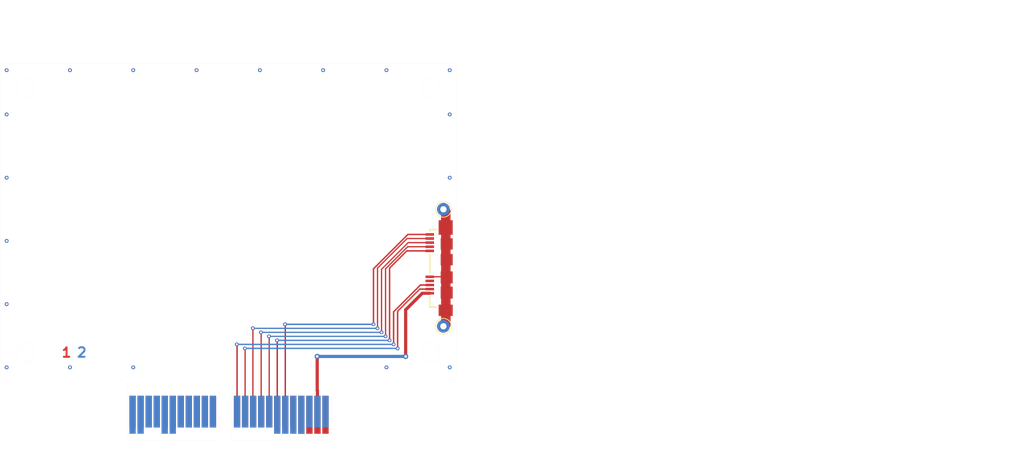
<source format=kicad_pcb>
(kicad_pcb (version 20240108) (generator "pcbnew") (generator_version "8.0")
  (title_block (title "Title goes here") (rev "1") (comment 8 "Author goes here"))
  (layers (0 "F.Cu" signal) (31 "B.Cu" signal) (34 "B.Paste" user) (35 "F.Paste" user) (36 "B.SilkS" user "B.Silkscreen") (37 "F.SilkS" user "F.Silkscreen") (38 "B.Mask" user) (39 "F.Mask" user) (44 "Edge.Cuts" user))
  (net 0 "")
  (net 1 "+5V")
  (net 2 "GND")
  (net 3 "/SNAC_SSTX+")
  (net 5 "/SNAC_DRAIN")
  (net 6 "/SNAC_SSRX-")
  (net 7 "/SNAC_SSTX-")
  (net 8 "/SNAC_D+")
  (net 9 "/SNAC_D-")
  (net 10 "/SNAC_SSRX+")
  (net 11 "/NANO_RIGHT")
  (net 12 "/NANO_LEFT")
  (net 13 "/ARD_IO2")
  (net 14 "/BLUE")
  (net 15 "+3.3V")
  (net 16 "/RED")
  (net 17 "/USB7_D_P")
  (net 18 "/HSYNC")
  (net 19 "/USB7_D_N")
  (net 20 "/ARD_IO7")
  (net 21 "/SOG")
  (net 22 "/SPDIF")
  (net 23 "VBUS")
  (net 24 "/ARD_IO6")
  (net 25 "/GREEN")
  (net 26 "/ADC_IN5")
  (net 27 "/ARD_IO5")
  (net 28 "/V_SNAC")
  (net 29 "/ADC_IN2")
  (net 30 "/VSYNC")
  (net 31 "/ARD_IO3")
  (net 32 "/ARD_IO0")
  (net 33 "/ARD_IO4")
  (net 34 "/ADC_IN4")
  (net 35 "/ADC_IN0")
  (net 36 "/ARD_IO1")
  (net 37 "/ADC_IN1")
  (net 38 "/ADC_IN3")
  (footprint "Connector_Pin:Pin_D1.0mm_L10.0mm" (layer "F.Cu") (at 159 123.5)
    (property "Reference" "TP2" (hide yes))
    (property "Value" "TestPoint" (hide yes))
    (fp_circle (center 0 0) (end 1.25 0.05) (stroke (width 0.12)) (fill none) (layer "F.SilkS"))
    (pad "1" thru_hole circle (at 0 0) (size 2 2) (drill 1) (layers "*.Cu" "*.Mask") (net 2 "GND"))
  )
  (footprint "Heber:CONN-MICRO-USB-3" (layer "F.Cu") (at 156.845 116.975 90)
    (property "Reference" "J1" (hide yes))
    (property "Value" "USB3_B_Micro")
    (fp_line (start 8.55 0) (end 8.75 0) (stroke (width 0.254)) (layer "F.SilkS"))
    (fp_line (start 1.85 0) (end 4.85 0) (stroke (width 0.254)) (layer "F.SilkS"))
    (fp_line (start -3.5 0) (end -1.9 0) (stroke (width 0.254)) (layer "F.SilkS"))
    (fp_line (start 8.75 1.1) (end 8.75 0) (stroke (width 0.254)) (layer "F.SilkS"))
    (fp_line (start -3.5 1.1) (end -3.5 0) (stroke (width 0.254)) (layer "F.SilkS"))
    (pad "1" smd rect (at -1.3 0 90) (size 0.4 1.35) (layers "F.Cu" "F.Paste" "F.Mask") (net 1 "+5V"))
    (pad "2" smd rect (at -0.65 0 90) (size 0.4 1.35) (layers "F.Cu" "F.Paste" "F.Mask") (net 9 "/SNAC_D-"))
    (pad "3" smd rect (at 0 0 90) (size 0.4 1.35) (layers "F.Cu" "F.Paste" "F.Mask") (net 8 "/SNAC_D+"))
    (pad "4" smd rect (at 0.65 0 90) (size 0.4 1.35) (layers "F.Cu" "F.Paste" "F.Mask"))
    (pad "5" smd rect (at 1.3 0 90) (size 0.4 1.35) (layers "F.Cu" "F.Paste" "F.Mask") (net 2 "GND"))
    (pad "6" smd rect (at 5.4 0 90) (size 0.4 1.35) (layers "F.Cu" "F.Paste" "F.Mask") (net 6 "/SNAC_SSRX-"))
    (pad "7" smd rect (at 6.05 0 90) (size 0.4 1.35) (layers "F.Cu" "F.Paste" "F.Mask") (net 10 "/SNAC_SSRX+"))
    (pad "8" smd rect (at 6.7 0 90) (size 0.4 1.35) (layers "F.Cu" "F.Paste" "F.Mask") (net 5 "/SNAC_DRAIN"))
    (pad "9" smd rect (at 7.35 0 90) (size 0.4 1.35) (layers "F.Cu" "F.Paste" "F.Mask") (net 7 "/SNAC_SSTX-"))
    (pad "10" smd rect (at 8 0 90) (size 0.4 1.35) (layers "F.Cu" "F.Paste" "F.Mask") (net 3 "/SNAC_SSTX+"))
    (pad "11" smd rect (at -4 2.5125 90) (size 1.8 2.225) (layers "F.Cu" "F.Paste" "F.Mask") (net 2 "GND"))
    (pad "11" smd rect (at -1.2 2.675 90) (size 1.9 1.9) (layers "F.Cu" "F.Paste" "F.Mask") (net 2 "GND"))
    (pad "11" smd rect (at 1.2 2.675 90) (size 1.9 1.9) (layers "F.Cu" "F.Paste" "F.Mask") (net 2 "GND"))
    (pad "11" smd rect (at 4 2.675 90) (size 1.8 1.9) (layers "F.Cu" "F.Paste" "F.Mask") (net 2 "GND"))
    (pad "11" smd rect (at 6.5 2.675 90) (size 1.8 1.9) (layers "F.Cu" "F.Paste" "F.Mask") (net 2 "GND"))
    (pad "11" smd rect (at 9.1 2.5125 90) (size 2.3 2.225) (layers "F.Cu" "F.Paste" "F.Mask") (net 2 "GND"))
  )
  (footprint "Connector_Pin:Pin_D1.0mm_L10.0mm" (layer "F.Cu") (at 159 105)
    (property "Reference" "TP1" (hide yes))
    (property "Value" "TestPoint" (hide yes))
    (fp_circle (center 0 0) (end 1.25 0.05) (stroke (width 0.12)) (fill none) (layer "F.SilkS"))
    (pad "1" thru_hole circle (at 0 0) (size 2 2) (drill 1) (layers "*.Cu" "*.Mask") (net 2 "GND"))
  )
  (footprint "Heber:PCI_EDGE_AMC_RISER_MULTISYSTEM" (layer "B.Cu") (at 124.5 137 180)
    (property "Reference" "J2" (hide yes))
    (property "Value" "5650090-7" (hide yes))
    (fp_line (start 15.49 -4.5) (end 15.49 3.4) (stroke (width 0.01)) (layer "Edge.Cuts"))
    (fp_line (start 15.49 -4.5) (end 0.96 -4.5) (stroke (width 0.01)) (layer "Edge.Cuts"))
    (fp_line (start 0.96 -4.5) (end 0.96 2.5) (stroke (width 0.01)) (layer "Edge.Cuts"))
    (fp_line (start -0.96 -4.5) (end -0.96 2.5) (stroke (width 0.01)) (layer "Edge.Cuts"))
    (fp_line (start -0.96 -4.5) (end -16.76 -4.5) (stroke (width 0.01)) (layer "Edge.Cuts"))
    (fp_line (start -16.76 -4.5) (end -16.76 3.4) (stroke (width 0.01)) (layer "Edge.Cuts"))
    (fp_arc (start 0.96 2.5) (mid 0 3.46) (end -0.96 2.5) (stroke (width 0.01)) (layer "Edge.Cuts"))
    (pad "1" smd rect (at 14.61 -0.5 270) (size 6 1) (layers "B.Cu" "B.Paste" "B.Mask") (net 23 "VBUS"))
    (pad "2" smd rect (at 13.34 -0.5 270) (size 6 1) (layers "B.Cu" "B.Paste" "B.Mask") (net 23 "VBUS"))
    (pad "3" smd rect (at 12.07 0 270) (size 5 1) (layers "B.Cu" "B.Paste" "B.Mask") (net 17 "/USB7_D_P"))
    (pad "4" smd rect (at 10.8 0 270) (size 5 1) (layers "B.Cu" "B.Paste" "B.Mask") (net 19 "/USB7_D_N"))
    (pad "5" smd rect (at 9.53 -0.5 270) (size 6 1) (layers "B.Cu" "B.Paste" "B.Mask") (net 2 "GND"))
    (pad "6" smd rect (at 8.26 -0.5 270) (size 6 1) (layers "B.Cu" "B.Paste" "B.Mask") (net 2 "GND"))
    (pad "7" smd rect (at 6.99 0 270) (size 5 1) (layers "B.Cu" "B.Paste" "B.Mask") (net 22 "/SPDIF"))
    (pad "8" smd rect (at 5.72 0 270) (size 5 1) (layers "B.Cu" "B.Paste" "B.Mask") (net 12 "/NANO_LEFT"))
    (pad "9" smd rect (at 4.45 0 270) (size 5 1) (layers "B.Cu" "B.Paste" "B.Mask") (net 11 "/NANO_RIGHT"))
    (pad "10" smd rect (at 3.18 0 270) (size 5 1) (layers "B.Cu" "B.Paste" "B.Mask") (net 2 "GND"))
    (pad "11" smd rect (at 1.91 0 270) (size 5 1) (layers "B.Cu" "B.Paste" "B.Mask") (net 16 "/RED"))
    (pad "12" smd rect (at -1.9 0 270) (size 5 1) (layers "B.Cu" "B.Paste" "B.Mask") (net 25 "/GREEN"))
    (pad "13" smd rect (at -3.17 0 270) (size 5 1) (layers "B.Cu" "B.Paste" "B.Mask") (net 14 "/BLUE"))
    (pad "14" smd rect (at -4.44 0 270) (size 5 1) (layers "B.Cu" "B.Paste" "B.Mask") (net 18 "/HSYNC"))
    (pad "15" smd rect (at -5.71 0 270) (size 5 1) (layers "B.Cu" "B.Paste" "B.Mask") (net 30 "/VSYNC"))
    (pad "16" smd rect (at -6.98 0 270) (size 5 1) (layers "B.Cu" "B.Paste" "B.Mask") (net 21 "/SOG"))
    (pad "17" smd rect (at -8.25 -0.5 270) (size 6 1) (layers "B.Cu" "B.Paste" "B.Mask") (net 2 "GND"))
    (pad "18" smd rect (at -9.52 -0.5 270) (size 6 1) (layers "B.Cu" "B.Paste" "B.Mask") (net 2 "GND"))
    (pad "19" smd rect (at -10.79 -0.5 270) (size 6 1) (layers "B.Cu" "B.Paste" "B.Mask") (net 15 "+3.3V"))
    (pad "20" smd rect (at -12.06 -0.5 270) (size 6 1) (layers "B.Cu" "B.Paste" "B.Mask") (net 15 "+3.3V"))
    (pad "21" smd rect (at -13.33 0 270) (size 5 1) (layers "B.Cu" "B.Paste" "B.Mask") (net 35 "/ADC_IN0"))
    (pad "22" smd rect (at -14.6 0 270) (size 5 1) (layers "B.Cu" "B.Paste" "B.Mask") (net 37 "/ADC_IN1"))
    (pad "23" smd rect (at -15.87 0 270) (size 5 1) (layers "B.Cu" "B.Paste" "B.Mask") (net 29 "/ADC_IN2"))
    (pad "24" smd rect (at 14.61 0 90) (size 5 1) (layers "F.Cu" "F.Paste" "F.Mask") (net 38 "/ADC_IN3"))
    (pad "25" smd rect (at 13.34 0 90) (size 5 1) (layers "F.Cu" "F.Paste" "F.Mask") (net 34 "/ADC_IN4"))
    (pad "26" smd rect (at 12.07 0 90) (size 5 1) (layers "F.Cu" "F.Paste" "F.Mask") (net 26 "/ADC_IN5"))
    (pad "27" smd rect (at 10.8 0 90) (size 5 1) (layers "F.Cu" "F.Paste" "F.Mask") (net 32 "/ARD_IO0"))
    (pad "28" smd rect (at 9.53 0 90) (size 5 1) (layers "F.Cu" "F.Paste" "F.Mask") (net 36 "/ARD_IO1"))
    (pad "29" smd rect (at 8.26 0 90) (size 5 1) (layers "F.Cu" "F.Paste" "F.Mask") (net 13 "/ARD_IO2"))
    (pad "30" smd rect (at 6.99 0 90) (size 5 1) (layers "F.Cu" "F.Paste" "F.Mask") (net 31 "/ARD_IO3"))
    (pad "31" smd rect (at 5.72 0 90) (size 5 1) (layers "F.Cu" "F.Paste" "F.Mask") (net 33 "/ARD_IO4"))
    (pad "32" smd rect (at 4.45 0 90) (size 5 1) (layers "F.Cu" "F.Paste" "F.Mask") (net 27 "/ARD_IO5"))
    (pad "33" smd rect (at 3.18 0 90) (size 5 1) (layers "F.Cu" "F.Paste" "F.Mask") (net 24 "/ARD_IO6"))
    (pad "34" smd rect (at 1.91 0 90) (size 5 1) (layers "F.Cu" "F.Paste" "F.Mask") (net 20 "/ARD_IO7"))
    (pad "35" smd rect (at -1.9 0 90) (size 5 1) (layers "F.Cu" "F.Paste" "F.Mask") (net 8 "/SNAC_D+"))
    (pad "36" smd rect (at -3.17 0 90) (size 5 1) (layers "F.Cu" "F.Paste" "F.Mask") (net 9 "/SNAC_D-"))
    (pad "37" smd rect (at -4.44 0 90) (size 5 1) (layers "F.Cu" "F.Paste" "F.Mask") (net 7 "/SNAC_SSTX-"))
    (pad "38" smd rect (at -5.71 0 90) (size 5 1) (layers "F.Cu" "F.Paste" "F.Mask") (net 5 "/SNAC_DRAIN"))
    (pad "39" smd rect (at -6.98 0 90) (size 5 1) (layers "F.Cu" "F.Paste" "F.Mask") (net 10 "/SNAC_SSRX+"))
    (pad "40" smd rect (at -8.25 0 90) (size 5 1) (layers "F.Cu" "F.Paste" "F.Mask") (net 6 "/SNAC_SSRX-"))
    (pad "41" smd rect (at -9.52 0 90) (size 5 1) (layers "F.Cu" "F.Paste" "F.Mask") (net 3 "/SNAC_SSTX+"))
    (pad "42" smd rect (at -10.79 0 90) (size 5 1) (layers "F.Cu" "F.Paste" "F.Mask") (net 28 "/V_SNAC"))
    (pad "43" smd rect (at -12.06 -0.5 90) (size 6 1) (layers "F.Cu" "F.Paste" "F.Mask") (net 1 "+5V"))
    (pad "44" smd rect (at -13.33 -0.5 90) (size 6 1) (layers "F.Cu" "F.Paste" "F.Mask") (net 1 "+5V"))
    (pad "45" smd rect (at -14.6 -0.5 90) (size 6 1) (layers "F.Cu" "F.Paste" "F.Mask") (net 1 "+5V"))
    (pad "46" smd rect (at -15.87 -0.5 90) (size 6 1) (layers "F.Cu" "F.Paste" "F.Mask") (net 1 "+5V"))
  )
  (gr_line (start 161 82) (end 161 132) (stroke (width 0.01)) (layer "Edge.Cuts"))
  (gr_circle (center 93 85.75) (end 94.55 85.75) (stroke (width 0.01)) (fill none) (layer "Edge.Cuts"))
  (gr_line (start 109.01 133.6) (end 109.01 133) (stroke (width 0.01)) (layer "Edge.Cuts"))
  (gr_circle (center 157 127.75) (end 158.55 127.75) (stroke (width 0.01)) (fill none) (layer "Edge.Cuts"))
  (gr_line (start 89 82) (end 161 82) (stroke (width 0.01)) (layer "Edge.Cuts"))
  (gr_circle (center 93 127.75) (end 94.55 127.75) (stroke (width 0.01)) (fill none) (layer "Edge.Cuts"))
  (gr_circle (center 157 85.75) (end 158.55 85.75) (stroke (width 0.01)) (fill none) (layer "Edge.Cuts"))
  (gr_arc (start 141.26 133) (mid 141.552893 132.292893) (end 142.26 132) (stroke (width 0.01)) (layer "Edge.Cuts"))
  (gr_line (start 108.01 132) (end 89 132) (stroke (width 0.01)) (layer "Edge.Cuts"))
  (gr_line (start 141.26 133.6) (end 141.26 133) (stroke (width 0.01)) (layer "Edge.Cuts"))
  (gr_arc (start 108.01 132) (mid 108.717107 132.292893) (end 109.01 133) (stroke (width 0.01)) (layer "Edge.Cuts"))
  (gr_line (start 89 132) (end 89 82) (stroke (width 0.01)) (layer "Edge.Cuts"))
  (gr_line (start 161 132) (end 142.26 132) (stroke (width 0.01)) (layer "Edge.Cuts"))
  (gr_text "1" (at 98.552 128.524 0) (layer "F.Cu") (effects (font (size 1.5 1.5) (thickness 0.3) (bold yes)) (justify left bottom)))
  (gr_text "2" (at 100.965 128.524 0) (layer "B.Cu") (effects (font (size 1.5 1.5) (thickness 0.3) (bold yes)) (justify left bottom)))
  (segment (start 139.1 133.681459) (end 139.065 133.646459) (width 0.5) (layer "F.Cu") (net 1))
  (segment (start 155.66 118.275) (end 156.845 118.275) (width 0.5) (layer "F.Cu") (net 1))
  (segment (start 139.065 133.646459) (end 139.065 128.27) (width 0.5) (layer "F.Cu") (net 1))
  (segment (start 153.035 128.27) (end 153.035 120.9) (width 0.5) (layer "F.Cu") (net 1))
  (segment (start 139.1 137.5) (end 139.1 133.681459) (width 0.5) (layer "F.Cu") (net 1))
  (segment (start 153.035 120.9) (end 155.66 118.275) (width 0.5) (layer "F.Cu") (net 1))
  (via (at 139.065 128.27) (size 0.8) (drill 0.4) (layers "F.Cu" "B.Cu") (net 1))
  (via (at 153.035 128.27) (size 0.8) (drill 0.4) (layers "F.Cu" "B.Cu") (net 1))
  (segment (start 139.065 128.27) (end 153.035 128.27) (width 0.5) (layer "B.Cu") (net 1))
  (segment (start 159.385 107.9025) (end 159.385 123.19) (width 1.5) (layer "F.Cu") (net 2))
  (segment (start 159.42 115.675) (end 159.52 115.775) (width 0.2) (layer "F.Cu") (net 2))
  (segment (start 156.845 115.675) (end 159.42 115.675) (width 0.2) (layer "F.Cu") (net 2))
  (segment (start 159.3575 107.875) (end 159.385 107.9025) (width 1.5) (layer "F.Cu") (net 2))
  (segment (start 159.385 123.19) (end 159.3575 122.9381) (width 1.5) (layer "F.Cu") (net 2))
  (segment (start 159.385 105.41) (end 159.3575 105.5603) (width 1.5) (layer "F.Cu") (net 2))
  (segment (start 159.3575 107.875) (end 159.385 105.41) (width 1.5) (layer "F.Cu") (net 2))
  (via (at 90 100) (size 0.6) (drill 0.3) (layers "F.Cu" "B.Cu") (net 2))
  (via (at 160 90) (size 0.6) (drill 0.3) (layers "F.Cu" "B.Cu") (net 2))
  (via (at 90 90) (size 0.6) (drill 0.3) (layers "F.Cu" "B.Cu") (net 2))
  (via (at 150 130) (size 0.6) (drill 0.3) (layers "F.Cu" "B.Cu") (net 2))
  (via (at 160 130) (size 0.6) (drill 0.3) (layers "F.Cu" "B.Cu") (net 2))
  (via (at 110 130) (size 0.6) (drill 0.3) (layers "F.Cu" "B.Cu") (net 2))
  (via (at 110 83) (size 0.6) (drill 0.3) (layers "F.Cu" "B.Cu") (net 2))
  (via (at 120 83) (size 0.6) (drill 0.3) (layers "F.Cu" "B.Cu") (net 2))
  (via (at 90 110) (size 0.6) (drill 0.3) (layers "F.Cu" "B.Cu") (net 2))
  (via (at 150 83) (size 0.6) (drill 0.3) (layers "F.Cu" "B.Cu") (net 2))
  (via (at 130 83) (size 0.6) (drill 0.3) (layers "F.Cu" "B.Cu") (net 2))
  (via (at 160 83) (size 0.6) (drill 0.3) (layers "F.Cu" "B.Cu") (net 2))
  (via (at 90 83) (size 0.6) (drill 0.3) (layers "F.Cu" "B.Cu") (net 2))
  (via (at 100 130) (size 0.6) (drill 0.3) (layers "F.Cu" "B.Cu") (net 2))
  (via (at 160 100) (size 0.6) (drill 0.3) (layers "F.Cu" "B.Cu") (net 2))
  (via (at 140 83) (size 0.6) (drill 0.3) (layers "F.Cu" "B.Cu") (net 2))
  (via (at 90 120) (size 0.6) (drill 0.3) (layers "F.Cu" "B.Cu") (net 2))
  (via (at 100 83) (size 0.6) (drill 0.3) (layers "F.Cu" "B.Cu") (net 2))
  (via (at 90 130) (size 0.6) (drill 0.3) (layers "F.Cu" "B.Cu") (net 2))
  (segment (start 134.02 123.225) (end 133.985 123.19) (width 0.23) (layer "F.Cu") (net 3))
  (segment (start 134.02 137) (end 134.02 123.225) (width 0.23) (layer "F.Cu") (net 3))
  (segment (start 147.955 114.418812) (end 153.398812 108.975) (width 0.23) (layer "F.Cu") (net 3))
  (segment (start 153.398812 108.975) (end 156.845 108.975) (width 0.23) (layer "F.Cu") (net 3))
  (segment (start 147.955 123.19) (end 147.955 114.418812) (width 0.23) (layer "F.Cu") (net 3))
  (via (at 147.955 123.19) (size 0.6) (drill 0.3) (layers "F.Cu" "B.Cu") (net 3))
  (via (at 133.985 123.19) (size 0.6) (drill 0.3) (layers "F.Cu" "B.Cu") (net 3))
  (segment (start 133.985 123.19) (end 147.955 123.19) (width 0.23) (layer "B.Cu") (net 3))
  (segment (start 130.21 137) (end 130.21 124.495) (width 0.2) (layer "F.Cu") (net 5))
  (segment (start 149.225 124.46) (end 149.225 114.488126) (width 0.2) (layer "F.Cu") (net 5))
  (segment (start 149.225 114.488126) (end 153.438126 110.275) (width 0.2) (layer "F.Cu") (net 5))
  (segment (start 130.21 124.495) (end 130.175 124.46) (width 0.2) (layer "F.Cu") (net 5))
  (segment (start 153.438126 110.275) (end 156.845 110.275) (width 0.2) (layer "F.Cu") (net 5))
  (via (at 149.225 124.46) (size 0.6) (drill 0.3) (layers "F.Cu" "B.Cu") (net 5))
  (via (at 130.175 124.46) (size 0.6) (drill 0.3) (layers "F.Cu" "B.Cu") (net 5))
  (segment (start 130.175 124.46) (end 149.225 124.46) (width 0.2) (layer "B.Cu") (net 5))
  (segment (start 153.22 111.575) (end 156.845 111.575) (width 0.23) (layer "F.Cu") (net 6))
  (segment (start 150.495 114.3) (end 153.22 111.575) (width 0.23) (layer "F.Cu") (net 6))
  (segment (start 132.75 137) (end 132.75 125.765) (width 0.23) (layer "F.Cu") (net 6))
  (segment (start 150.495 125.73) (end 150.495 114.3) (width 0.23) (layer "F.Cu") (net 6))
  (segment (start 132.75 125.765) (end 132.715 125.73) (width 0.23) (layer "F.Cu") (net 6))
  (via (at 132.715 125.73) (size 0.6) (drill 0.3) (layers "F.Cu" "B.Cu") (net 6))
  (via (at 150.495 125.73) (size 0.6) (drill 0.3) (layers "F.Cu" "B.Cu") (net 6))
  (segment (start 132.715 125.73) (end 150.495 125.73) (width 0.23) (layer "B.Cu") (net 6))
  (segment (start 128.94 137) (end 128.905 136.965) (width 0.2) (layer "F.Cu") (net 7))
  (segment (start 128.905 136.965) (end 128.905 128.905) (width 0.2) (layer "F.Cu") (net 7))
  (segment (start 153.265 109.625) (end 156.845 109.625) (width 0.2) (layer "F.Cu") (net 7))
  (segment (start 148.59 123.825) (end 148.59 114.3) (width 0.2) (layer "F.Cu") (net 7))
  (segment (start 128.905 128.905) (end 128.905 123.825) (width 0.2) (layer "F.Cu") (net 7))
  (segment (start 148.59 114.3) (end 153.265 109.625) (width 0.2) (layer "F.Cu") (net 7))
  (via (at 148.59 123.825) (size 0.6) (drill 0.3) (layers "F.Cu" "B.Cu") (net 7))
  (via (at 128.905 123.825) (size 0.6) (drill 0.3) (layers "F.Cu" "B.Cu") (net 7))
  (segment (start 128.905 123.825) (end 148.59 123.825) (width 0.2) (layer "B.Cu") (net 7))
  (segment (start 155.373569 116.975) (end 156.845 116.975) (width 0.23) (layer "F.Cu") (net 8))
  (segment (start 151.13 126.365) (end 151.13 121.218569) (width 0.23) (layer "F.Cu") (net 8))
  (segment (start 126.4 126.4) (end 126.365 126.365) (width 0.23) (layer "F.Cu") (net 8))
  (segment (start 151.13 121.218569) (end 155.373569 116.975) (width 0.23) (layer "F.Cu") (net 8))
  (segment (start 126.4 137) (end 126.4 126.4) (width 0.23) (layer "F.Cu") (net 8))
  (via (at 151.13 126.365) (size 0.6) (drill 0.3) (layers "F.Cu" "B.Cu") (net 8))
  (via (at 126.365 126.365) (size 0.6) (drill 0.3) (layers "F.Cu" "B.Cu") (net 8))
  (segment (start 126.365 126.365) (end 151.13 126.365) (width 0.23) (layer "B.Cu") (net 8))
  (segment (start 156.845 117.625) (end 155.26097 117.625) (width 0.23) (layer "F.Cu") (net 9))
  (segment (start 151.765 121.12097) (end 151.765 127) (width 0.23) (layer "F.Cu") (net 9))
  (segment (start 127.635 136.965) (end 127.67 137) (width 0.2) (layer "F.Cu") (net 9))
  (segment (start 127.635 127) (end 127.67 127.035) (width 0.2) (layer "F.Cu") (net 9))
  (segment (start 155.26097 117.625) (end 151.765 121.12097) (width 0.23) (layer "F.Cu") (net 9))
  (segment (start 127.67 127.035) (end 127.67 137) (width 0.2) (layer "F.Cu") (net 9))
  (via (at 151.765 127) (size 0.6) (drill 0.3) (layers "F.Cu" "B.Cu") (net 9))
  (via (at 127.635 127) (size 0.6) (drill 0.3) (layers "F.Cu" "B.Cu") (net 9))
  (segment (start 151.765 127) (end 127.635 127) (width 0.23) (layer "B.Cu") (net 9))
  (segment (start 149.86 125.095) (end 149.86 114.418812) (width 0.2) (layer "F.Cu") (net 10))
  (segment (start 153.353812 110.925) (end 156.845 110.925) (width 0.2) (layer "F.Cu") (net 10))
  (segment (start 131.48 125.13) (end 131.445 125.095) (width 0.2) (layer "F.Cu") (net 10))
  (segment (start 131.48 130.845) (end 131.48 125.13) (width 0.2) (layer "F.Cu") (net 10))
  (segment (start 131.48 130.845) (end 131.48 137) (width 0.2) (layer "F.Cu") (net 10))
  (segment (start 149.86 114.418812) (end 153.353812 110.925) (width 0.2) (layer "F.Cu") (net 10))
  (via (at 131.445 125.095) (size 0.6) (drill 0.3) (layers "F.Cu" "B.Cu") (net 10))
  (via (at 149.86 125.095) (size 0.6) (drill 0.3) (layers "F.Cu" "B.Cu") (net 10))
  (segment (start 131.445 125.095) (end 149.86 125.095) (width 0.2) (layer "B.Cu") (net 10))
)
</source>
